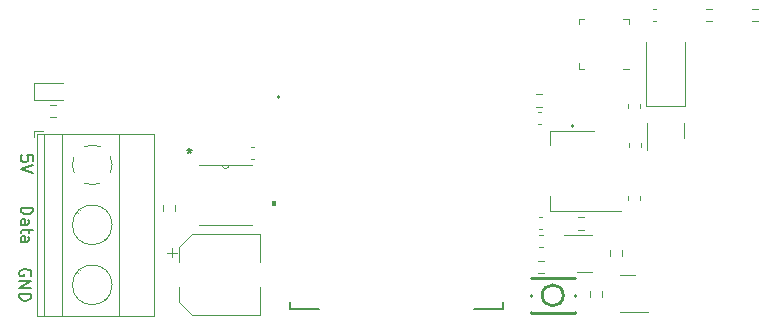
<source format=gbr>
%TF.GenerationSoftware,KiCad,Pcbnew,(6.0.0-0)*%
%TF.CreationDate,2022-01-26T18:23:46+01:00*%
%TF.ProjectId,GlowCoreMini,476c6f77-436f-4726-954d-696e692e6b69,rev?*%
%TF.SameCoordinates,Original*%
%TF.FileFunction,Legend,Top*%
%TF.FilePolarity,Positive*%
%FSLAX46Y46*%
G04 Gerber Fmt 4.6, Leading zero omitted, Abs format (unit mm)*
G04 Created by KiCad (PCBNEW (6.0.0-0)) date 2022-01-26 18:23:46*
%MOMM*%
%LPD*%
G01*
G04 APERTURE LIST*
%ADD10C,0.150000*%
%ADD11C,0.250000*%
%ADD12C,0.120000*%
%ADD13C,0.100000*%
%ADD14C,0.200000*%
%ADD15C,0.127000*%
G04 APERTURE END LIST*
D10*
X108497619Y-96710523D02*
X108497619Y-96234333D01*
X108021428Y-96186714D01*
X108069047Y-96234333D01*
X108116666Y-96329571D01*
X108116666Y-96567666D01*
X108069047Y-96662904D01*
X108021428Y-96710523D01*
X107926190Y-96758142D01*
X107688095Y-96758142D01*
X107592857Y-96710523D01*
X107545238Y-96662904D01*
X107497619Y-96567666D01*
X107497619Y-96329571D01*
X107545238Y-96234333D01*
X107592857Y-96186714D01*
X108497619Y-97043857D02*
X107497619Y-97377190D01*
X108497619Y-97710523D01*
X108323000Y-106426095D02*
X108370619Y-106330857D01*
X108370619Y-106188000D01*
X108323000Y-106045142D01*
X108227761Y-105949904D01*
X108132523Y-105902285D01*
X107942047Y-105854666D01*
X107799190Y-105854666D01*
X107608714Y-105902285D01*
X107513476Y-105949904D01*
X107418238Y-106045142D01*
X107370619Y-106188000D01*
X107370619Y-106283238D01*
X107418238Y-106426095D01*
X107465857Y-106473714D01*
X107799190Y-106473714D01*
X107799190Y-106283238D01*
X107370619Y-106902285D02*
X108370619Y-106902285D01*
X107370619Y-107473714D01*
X108370619Y-107473714D01*
X107370619Y-107949904D02*
X108370619Y-107949904D01*
X108370619Y-108188000D01*
X108323000Y-108330857D01*
X108227761Y-108426095D01*
X108132523Y-108473714D01*
X107942047Y-108521333D01*
X107799190Y-108521333D01*
X107608714Y-108473714D01*
X107513476Y-108426095D01*
X107418238Y-108330857D01*
X107370619Y-108188000D01*
X107370619Y-107949904D01*
X107497619Y-100655619D02*
X108497619Y-100655619D01*
X108497619Y-100893714D01*
X108450000Y-101036571D01*
X108354761Y-101131809D01*
X108259523Y-101179428D01*
X108069047Y-101227047D01*
X107926190Y-101227047D01*
X107735714Y-101179428D01*
X107640476Y-101131809D01*
X107545238Y-101036571D01*
X107497619Y-100893714D01*
X107497619Y-100655619D01*
X107497619Y-102084190D02*
X108021428Y-102084190D01*
X108116666Y-102036571D01*
X108164285Y-101941333D01*
X108164285Y-101750857D01*
X108116666Y-101655619D01*
X107545238Y-102084190D02*
X107497619Y-101988952D01*
X107497619Y-101750857D01*
X107545238Y-101655619D01*
X107640476Y-101608000D01*
X107735714Y-101608000D01*
X107830952Y-101655619D01*
X107878571Y-101750857D01*
X107878571Y-101988952D01*
X107926190Y-102084190D01*
X108164285Y-102417523D02*
X108164285Y-102798476D01*
X108497619Y-102560380D02*
X107640476Y-102560380D01*
X107545238Y-102608000D01*
X107497619Y-102703238D01*
X107497619Y-102798476D01*
X107497619Y-103560380D02*
X108021428Y-103560380D01*
X108116666Y-103512761D01*
X108164285Y-103417523D01*
X108164285Y-103227047D01*
X108116666Y-103131809D01*
X107545238Y-103560380D02*
X107497619Y-103465142D01*
X107497619Y-103227047D01*
X107545238Y-103131809D01*
X107640476Y-103084190D01*
X107735714Y-103084190D01*
X107830952Y-103131809D01*
X107878571Y-103227047D01*
X107878571Y-103465142D01*
X107926190Y-103560380D01*
%TO.C,U1*%
X121767600Y-95598280D02*
X121767600Y-95836376D01*
X121529504Y-95741138D02*
X121767600Y-95836376D01*
X122005695Y-95741138D01*
X121624742Y-96026852D02*
X121767600Y-95836376D01*
X121910457Y-96026852D01*
D11*
%TO.C,SW1*%
X150677000Y-108007000D02*
X150677000Y-108147000D01*
X154377000Y-106577000D02*
X154377000Y-106647000D01*
X150677000Y-106577000D02*
X150677000Y-106647000D01*
X150677000Y-109507000D02*
X150677000Y-109577000D01*
X154377000Y-109507000D02*
X154377000Y-109577000D01*
X154377000Y-108007000D02*
X154377000Y-108147000D01*
X150677000Y-109577000D02*
X154377000Y-109577000D01*
X150677000Y-106577000D02*
X154377000Y-106577000D01*
X153417000Y-108077000D02*
G75*
G03*
X153417000Y-108077000I-890000J0D01*
G01*
D12*
%TO.C,R9*%
X169926724Y-83805500D02*
X169417276Y-83805500D01*
X169926724Y-84850500D02*
X169417276Y-84850500D01*
%TO.C,C9*%
X158875000Y-99675733D02*
X158875000Y-99968267D01*
X159895000Y-99675733D02*
X159895000Y-99968267D01*
%TO.C,C5*%
X151364733Y-102491000D02*
X151657267Y-102491000D01*
X151364733Y-101471000D02*
X151657267Y-101471000D01*
%TO.C,C1*%
X126980733Y-95502000D02*
X127273267Y-95502000D01*
X126980733Y-96522000D02*
X127273267Y-96522000D01*
%TO.C,U4*%
X158480000Y-88877500D02*
X158955000Y-88877500D01*
X154735000Y-88877500D02*
X154735000Y-88402500D01*
X158480000Y-84657500D02*
X158955000Y-84657500D01*
X154735000Y-84657500D02*
X154735000Y-85132500D01*
X155210000Y-88877500D02*
X154735000Y-88877500D01*
X158955000Y-84657500D02*
X158955000Y-85132500D01*
X155210000Y-84657500D02*
X154735000Y-84657500D01*
%TO.C,R1*%
X119492500Y-100456276D02*
X119492500Y-100965724D01*
X120537500Y-100456276D02*
X120537500Y-100965724D01*
%TO.C,C3*%
X160022000Y-95204233D02*
X160022000Y-95496767D01*
X159002000Y-95204233D02*
X159002000Y-95496767D01*
%TO.C,U1*%
X122593100Y-102147200D02*
X127088900Y-102147200D01*
X127088900Y-97041800D02*
X122593100Y-97041800D01*
X124536200Y-97041800D02*
G75*
G03*
X125145800Y-97041800I304800J0D01*
G01*
D13*
X129006600Y-100053999D02*
X129006600Y-100434999D01*
X129006600Y-100434999D02*
X128752600Y-100434999D01*
X128752600Y-100434999D02*
X128752600Y-100053999D01*
X128752600Y-100053999D02*
X129006600Y-100053999D01*
G36*
X129006600Y-100434999D02*
G01*
X128752600Y-100434999D01*
X128752600Y-100053999D01*
X129006600Y-100053999D01*
X129006600Y-100434999D01*
G37*
X129006600Y-100434999D02*
X128752600Y-100434999D01*
X128752600Y-100053999D01*
X129006600Y-100053999D01*
X129006600Y-100434999D01*
D12*
%TO.C,Q2*%
X158877000Y-109510000D02*
X158227000Y-109510000D01*
X158877000Y-106390000D02*
X158227000Y-106390000D01*
X158877000Y-109510000D02*
X160552000Y-109510000D01*
X158877000Y-106390000D02*
X159527000Y-106390000D01*
%TO.C,U3*%
X156028000Y-94126000D02*
X152268000Y-94126000D01*
X158278000Y-100946000D02*
X152268000Y-100946000D01*
X152268000Y-94126000D02*
X152268000Y-95386000D01*
X152268000Y-100946000D02*
X152268000Y-99686000D01*
%TO.C,R6*%
X157338500Y-104775724D02*
X157338500Y-104266276D01*
X158383500Y-104775724D02*
X158383500Y-104266276D01*
D14*
%TO.C,MK1*%
X154304000Y-93721000D02*
G75*
G03*
X154304000Y-93721000I-100000J0D01*
G01*
D12*
%TO.C,R8*%
X156732500Y-108204724D02*
X156732500Y-107695276D01*
X155687500Y-108204724D02*
X155687500Y-107695276D01*
%TO.C,C6*%
X161016733Y-84838000D02*
X161309267Y-84838000D01*
X161016733Y-83818000D02*
X161309267Y-83818000D01*
%TO.C,D2*%
X108576000Y-91540000D02*
X111036000Y-91540000D01*
X111036000Y-90070000D02*
X108576000Y-90070000D01*
X108576000Y-90070000D02*
X108576000Y-91540000D01*
%TO.C,Q1*%
X163612000Y-94107000D02*
X163612000Y-94757000D01*
X163612000Y-94107000D02*
X163612000Y-93457000D01*
X160492000Y-94107000D02*
X160492000Y-95782000D01*
X160492000Y-94107000D02*
X160492000Y-93457000D01*
%TO.C,R4*%
X151129276Y-91044500D02*
X151638724Y-91044500D01*
X151129276Y-92089500D02*
X151638724Y-92089500D01*
%TO.C,C8*%
X151237733Y-92581000D02*
X151530267Y-92581000D01*
X151237733Y-93601000D02*
X151530267Y-93601000D01*
%TO.C,C4*%
X151683767Y-104015000D02*
X151391233Y-104015000D01*
X151683767Y-102995000D02*
X151391233Y-102995000D01*
%TO.C,R3*%
X165480276Y-84850500D02*
X165989724Y-84850500D01*
X165480276Y-83805500D02*
X165989724Y-83805500D01*
%TO.C,R5*%
X151765724Y-105141500D02*
X151256276Y-105141500D01*
X151765724Y-106186500D02*
X151256276Y-106186500D01*
%TO.C,C2*%
X120923000Y-108644563D02*
X121987437Y-109709000D01*
X121987437Y-102889000D02*
X127743000Y-102889000D01*
X120923000Y-103953437D02*
X121987437Y-102889000D01*
X119895500Y-104451500D02*
X120683000Y-104451500D01*
X121987437Y-109709000D02*
X127743000Y-109709000D01*
X120923000Y-108644563D02*
X120923000Y-107359000D01*
X127743000Y-109709000D02*
X127743000Y-107359000D01*
X120923000Y-103953437D02*
X120923000Y-105239000D01*
X127743000Y-102889000D02*
X127743000Y-105239000D01*
X120289250Y-104057750D02*
X120289250Y-104845250D01*
%TO.C,J4*%
X108638000Y-94188000D02*
X108638000Y-94688000D01*
X109438000Y-94428000D02*
X109438000Y-109788000D01*
X118799000Y-109788000D02*
X108878000Y-109788000D01*
X118799000Y-94428000D02*
X108878000Y-94428000D01*
X112299000Y-101074000D02*
X112264000Y-101039000D01*
X114607000Y-108463000D02*
X114561000Y-108416000D01*
X115839000Y-94428000D02*
X115839000Y-109788000D01*
X108878000Y-94428000D02*
X108878000Y-109788000D01*
X109378000Y-94188000D02*
X108638000Y-94188000D01*
X112515000Y-100881000D02*
X112469000Y-100834000D01*
X112299000Y-106154000D02*
X112264000Y-106119000D01*
X114813000Y-103178000D02*
X114777000Y-103143000D01*
X110938000Y-94428000D02*
X110938000Y-109788000D01*
X118799000Y-94428000D02*
X118799000Y-109788000D01*
X112515000Y-105961000D02*
X112469000Y-105914000D01*
X114813000Y-108258000D02*
X114777000Y-108223000D01*
X114607000Y-103383000D02*
X114561000Y-103336000D01*
X112003000Y-96344000D02*
G75*
G03*
X111857747Y-97056805I1535001J-683999D01*
G01*
X111858000Y-97028000D02*
G75*
G03*
X112003244Y-97711318I1679992J-1D01*
G01*
X112854000Y-98563000D02*
G75*
G03*
X114221042Y-98563427I684001J1534993D01*
G01*
X114222000Y-95493000D02*
G75*
G03*
X112854958Y-95492573I-684001J-1534993D01*
G01*
X115073000Y-97712000D02*
G75*
G03*
X115073427Y-96344958I-1534993J684001D01*
G01*
X115218000Y-102108000D02*
G75*
G03*
X115218000Y-102108000I-1680000J0D01*
G01*
X115218000Y-107188000D02*
G75*
G03*
X115218000Y-107188000I-1680000J0D01*
G01*
%TO.C,D1*%
X160402000Y-92014000D02*
X160402000Y-86614000D01*
X163702000Y-92014000D02*
X163702000Y-86614000D01*
X160402000Y-92014000D02*
X163702000Y-92014000D01*
D15*
%TO.C,U2*%
X145869000Y-109270000D02*
X148319000Y-109270000D01*
X130319000Y-108620000D02*
X130319000Y-109270000D01*
X148319000Y-109270000D02*
X148319000Y-108620000D01*
X130319000Y-109270000D02*
X132769000Y-109270000D01*
D14*
X129419000Y-91270000D02*
G75*
G03*
X129419000Y-91270000I-100000J0D01*
G01*
D12*
%TO.C,C7*%
X158875000Y-91902233D02*
X158875000Y-92194767D01*
X159895000Y-91902233D02*
X159895000Y-92194767D01*
%TO.C,R7*%
X109981276Y-92978500D02*
X110490724Y-92978500D01*
X109981276Y-91933500D02*
X110490724Y-91933500D01*
%TO.C,R2*%
X155194724Y-101458500D02*
X154685276Y-101458500D01*
X155194724Y-102503500D02*
X154685276Y-102503500D01*
%TO.C,Q3*%
X155194000Y-106081000D02*
X154544000Y-106081000D01*
X155194000Y-102961000D02*
X153519000Y-102961000D01*
X155194000Y-102961000D02*
X155844000Y-102961000D01*
X155194000Y-106081000D02*
X155844000Y-106081000D01*
%TD*%
M02*

</source>
